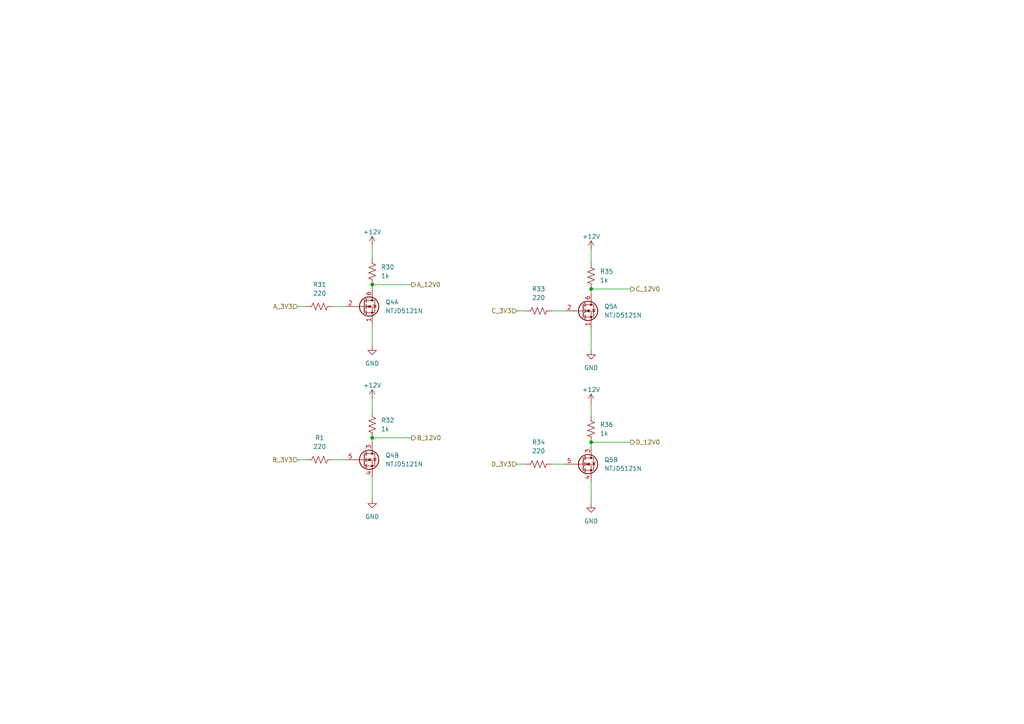
<source format=kicad_sch>
(kicad_sch (version 20230121) (generator eeschema)
  (paper "A4")
  (lib_symbols
    (symbol "Device:NTJD5121N" (pin_names (offset 0) hide)
      (property "Reference" "Q" (at 6.35 1.27 0))
      (property "Value" "NTJD5121N" (at 19.05 -1.27 0))
      (symbol "NTJD5121N_0_1"
        (polyline (pts (xy 0.254 0) (xy -2.54 0)))
        (polyline (pts (xy 0.254 1.905) (xy 0.254 -1.905)) (stroke (width 0.254)))
        (polyline (pts (xy 0.762 -1.27) (xy 0.762 -2.286)) (stroke (width 0.254)))
        (polyline (pts (xy 0.762 0.508) (xy 0.762 -0.508)) (stroke (width 0.254)))
        (polyline (pts (xy 0.762 2.286) (xy 0.762 1.27)) (stroke (width 0.254)))
        (polyline (pts (xy 2.54 2.54) (xy 2.54 1.778)))
        (polyline (pts (xy 2.54 -2.54) (xy 2.54 0) (xy 0.762 0)))
        (polyline (pts (xy 0.762 -1.778) (xy 3.302 -1.778) (xy 3.302 1.778) (xy 0.762 1.778)))
        (polyline (pts (xy 1.016 0) (xy 2.032 0.381) (xy 2.032 -0.381) (xy 1.016 0)) (fill (type outline)))
        (polyline (pts (xy 2.794 0.508) (xy 2.921 0.381) (xy 3.683 0.381) (xy 3.81 0.254)))
        (polyline (pts (xy 3.302 0.381) (xy 2.921 -0.254) (xy 3.683 -0.254) (xy 3.302 0.381)))
        (circle (center 1.651 0) (radius 2.794) (stroke (width 0.254)))
        (circle (center 2.54 -1.778) (radius 0.254) (fill (type outline)))
        (circle (center 2.54 1.778) (radius 0.254) (fill (type outline)))
      )
      (symbol "NTJD5121N_1_1"
        (pin passive line (at 2.54 -5.08 90) (length 2.54) (name "S") (number "1"))
        (pin input line (at -5.08 0 0) (length 2.54) (name "G") (number "2"))
        (pin passive line (at 2.54 5.08 270) (length 2.54) (name "D") (number "6"))
      )
      (symbol "NTJD5121N_2_1"
        (pin passive line (at 2.54 5.08 270) (length 2.54) (name "D") (number "3"))
        (pin passive line (at 2.54 -5.08 90) (length 2.54) (name "S") (number "4"))
        (pin input line (at -5.08 0 0) (length 2.54) (name "G") (number "5"))
      )
    )
    (symbol "Device:R_US" (pin_numbers hide) (pin_names (offset 0))
      (property "Reference" "R" (at 2.54 0 90))
      (property "Value" "R_US" (at -2.54 0 90))
      (symbol "R_US_0_1"
        (polyline (pts (xy 0 -2.286) (xy 0 -2.54)))
        (polyline (pts (xy 0 2.286) (xy 0 2.54)))
        (polyline (pts (xy 0 -0.762) (xy 1.016 -1.143) (xy 0 -1.524) (xy -1.016 -1.905) (xy 0 -2.286)))
        (polyline (pts (xy 0 0.762) (xy 1.016 0.381) (xy 0 0) (xy -1.016 -0.381) (xy 0 -0.762)))
        (polyline (pts (xy 0 2.286) (xy 1.016 1.905) (xy 0 1.524) (xy -1.016 1.143) (xy 0 0.762)))
      )
      (symbol "R_US_1_1"
        (pin passive line (at 0 3.81 270) (length 1.27) (name "~") (number "1"))
        (pin passive line (at 0 -3.81 90) (length 1.27) (name "~") (number "2"))
      )
    )
    (symbol "power:+12V" (power) (pin_names (offset 0))
      (property "Value" "+12V" (at 0 3.556 0))
      (symbol "+12V_0_1"
        (polyline (pts (xy -0.762 1.27) (xy 0 2.54)))
        (polyline (pts (xy 0 0) (xy 0 2.54)))
        (polyline (pts (xy 0 2.54) (xy 0.762 1.27)))
      )
      (symbol "+12V_1_1"
        (pin power_in line (at 0 0 90) (length 0) hide (name "+12V") (number "1"))
      )
    )
    (symbol "power:GND" (power) (pin_names (offset 0))
      (property "Value" "GND" (at 0 -3.81 0))
      (symbol "GND_0_1"
        (polyline (pts (xy 0 0) (xy 0 -1.27) (xy 1.27 -1.27) (xy 0 -2.54) (xy -1.27 -1.27) (xy 0 -1.27)))
      )
      (symbol "GND_1_1"
        (pin power_in line (at 0 0 270) (length 0) hide (name "GND") (number "1"))
      )
    )
  )
  (junction (at 171.45 83.82))
  (junction (at 107.95 127))
  (junction (at 171.45 128.27))
  (junction (at 107.95 82.55))
  (wire (pts (xy 171.45 128.27) (xy 171.45 129.54)))
  (wire (pts (xy 149.86 90.17) (xy 152.4 90.17)))
  (wire (pts (xy 86.36 88.9) (xy 88.9 88.9)))
  (wire (pts (xy 171.45 116.84) (xy 171.45 120.65)))
  (wire (pts (xy 107.95 127) (xy 119.38 127)))
  (wire (pts (xy 171.45 95.25) (xy 171.45 101.6)))
  (wire (pts (xy 107.95 138.43) (xy 107.95 144.78)))
  (wire (pts (xy 86.36 133.35) (xy 88.9 133.35)))
  (wire (pts (xy 107.95 115.57) (xy 107.95 119.38)))
  (wire (pts (xy 171.45 128.27) (xy 182.88 128.27)))
  (wire (pts (xy 107.95 127) (xy 107.95 128.27)))
  (wire (pts (xy 107.95 71.12) (xy 107.95 74.93)))
  (wire (pts (xy 107.95 82.55) (xy 107.95 83.82)))
  (wire (pts (xy 160.02 134.62) (xy 163.83 134.62)))
  (wire (pts (xy 149.86 134.62) (xy 152.4 134.62)))
  (wire (pts (xy 107.95 82.55) (xy 119.38 82.55)))
  (wire (pts (xy 171.45 72.39) (xy 171.45 76.2)))
  (wire (pts (xy 107.95 93.98) (xy 107.95 100.33)))
  (wire (pts (xy 171.45 139.7) (xy 171.45 146.05)))
  (wire (pts (xy 171.45 83.82) (xy 171.45 85.09)))
  (wire (pts (xy 96.52 88.9) (xy 100.33 88.9)))
  (wire (pts (xy 160.02 90.17) (xy 163.83 90.17)))
  (wire (pts (xy 96.52 133.35) (xy 100.33 133.35)))
  (wire (pts (xy 171.45 83.82) (xy 182.88 83.82)))
  (hierarchical_label "B_12V0" (shape output) (at 119.38 127 0))
  (hierarchical_label "C_12V0" (shape output) (at 182.88 83.82 0))
  (hierarchical_label "A_12V0" (shape output) (at 119.38 82.55 0))
  (hierarchical_label "D_12V0" (shape output) (at 182.88 128.27 0))
  (hierarchical_label "B_3V3" (shape input) (at 86.36 133.35 180))
  (hierarchical_label "C_3V3" (shape input) (at 149.86 90.17 180))
  (hierarchical_label "A_3V3" (shape input) (at 86.36 88.9 180))
  (hierarchical_label "D_3V3" (shape input) (at 149.86 134.62 180))
  (symbol (lib_id "Device:R_US") (at 156.21 90.17 270) (unit 1)
    (property "Reference" "R33" (at 156.21 83.82 90))
    (property "Value" "220" (at 156.21 86.36 90))
    (property "Footprint" "Resistor_SMD:R_0402_1005Metric" (effects hide))
  )
  (symbol (lib_id "Device:NTJD5121N") (at 105.41 133.35 0) (unit 2)
    (property "Reference" "Q4" (at 111.76 132.08 0) (effects (justify left)))
    (property "Value" "NTJD5121N" (at 111.76 134.62 0) (effects (justify left)))
  )
  (symbol (lib_id "Device:R_US") (at 156.21 134.62 270) (unit 1)
    (property "Reference" "R34" (at 156.21 128.27 90))
    (property "Value" "220" (at 156.21 130.81 90))
    (property "Footprint" "Resistor_SMD:R_0402_1005Metric" (effects hide))
  )
  (symbol (lib_id "Device:R_US") (at 171.45 124.46 180) (unit 1)
    (property "Reference" "R36" (at 173.99 123.19 0) (effects (justify right)))
    (property "Value" "1k" (at 173.99 125.73 0) (effects (justify right)))
    (property "Footprint" "Resistor_SMD:R_0402_1005Metric" (effects hide))
  )
  (symbol (lib_id "Device:NTJD5121N") (at 168.91 90.17 0) (unit 1)
    (property "Reference" "Q5" (at 175.26 88.9 0) (effects (justify left)))
    (property "Value" "NTJD5121N" (at 175.26 91.44 0) (effects (justify left)))
  )
  (symbol (lib_id "Device:R_US") (at 171.45 80.01 180) (unit 1)
    (property "Reference" "R35" (at 173.99 78.74 0) (effects (justify right)))
    (property "Value" "1k" (at 173.99 81.28 0) (effects (justify right)))
    (property "Footprint" "Resistor_SMD:R_0402_1005Metric" (effects hide))
  )
  (symbol (lib_id "Device:R_US") (at 107.95 123.19 180) (unit 1)
    (property "Reference" "R32" (at 110.49 121.92 0) (effects (justify right)))
    (property "Value" "1k" (at 110.49 124.46 0) (effects (justify right)))
    (property "Footprint" "Resistor_SMD:R_0402_1005Metric" (effects hide))
  )
  (symbol (lib_id "Device:R_US") (at 107.95 78.74 180) (unit 1)
    (property "Reference" "R30" (at 110.49 77.47 0) (effects (justify right)))
    (property "Value" "1k" (at 110.49 80.01 0) (effects (justify right)))
    (property "Footprint" "Resistor_SMD:R_0402_1005Metric" (effects hide))
  )
  (symbol (lib_id "power:+12V") (at 171.45 72.39 0) (unit 1)
    (property "Reference" "#PWR03" (effects hide))
    (property "Value" "+12V" (at 171.45 68.58 0))
  )
  (symbol (lib_id "Device:NTJD5121N") (at 105.41 88.9 0) (unit 1)
    (property "Reference" "Q4" (at 111.76 87.63 0) (effects (justify left)))
    (property "Value" "NTJD5121N" (at 111.76 90.17 0) (effects (justify left)))
  )
  (symbol (lib_id "power:+12V") (at 107.95 115.57 0) (unit 1)
    (property "Reference" "#PWR01" (effects hide))
    (property "Value" "+12V" (at 107.95 111.76 0))
  )
  (symbol (lib_id "Device:R_US") (at 92.71 88.9 270) (unit 1)
    (property "Reference" "R31" (at 92.71 82.55 90))
    (property "Value" "220" (at 92.71 85.09 90))
    (property "Footprint" "Resistor_SMD:R_0402_1005Metric" (effects hide))
  )
  (symbol (lib_id "Device:R_US") (at 92.71 133.35 270) (unit 1)
    (property "Reference" "R1" (at 92.71 127 90))
    (property "Value" "220" (at 92.71 129.54 90))
    (property "Footprint" "Resistor_SMD:R_0402_1005Metric" (effects hide))
  )
  (symbol (lib_id "power:GND") (at 107.95 100.33 0) (unit 1)
    (property "Reference" "#PWR045" (effects hide))
    (property "Value" "GND" (at 107.95 105.41 0))
  )
  (symbol (lib_id "power:GND") (at 107.95 144.78 0) (unit 1)
    (property "Reference" "#PWR02" (effects hide))
    (property "Value" "GND" (at 107.95 149.86 0))
  )
  (symbol (lib_id "power:+12V") (at 107.95 71.12 0) (unit 1)
    (property "Reference" "#PWR046" (effects hide))
    (property "Value" "+12V" (at 107.95 67.31 0))
  )
  (symbol (lib_id "power:GND") (at 171.45 101.6 0) (unit 1)
    (property "Reference" "#PWR04" (effects hide))
    (property "Value" "GND" (at 171.45 106.68 0))
  )
  (symbol (lib_id "power:GND") (at 171.45 146.05 0) (unit 1)
    (property "Reference" "#PWR048" (effects hide))
    (property "Value" "GND" (at 171.45 151.13 0))
  )
  (symbol (lib_id "Device:NTJD5121N") (at 168.91 134.62 0) (unit 2)
    (property "Reference" "Q5" (at 175.26 133.35 0) (effects (justify left)))
    (property "Value" "NTJD5121N" (at 175.26 135.89 0) (effects (justify left)))
  )
  (symbol (lib_id "power:+12V") (at 171.45 116.84 0) (unit 1)
    (property "Reference" "#PWR047" (effects hide))
    (property "Value" "+12V" (at 171.45 113.03 0))
  )
)
</source>
